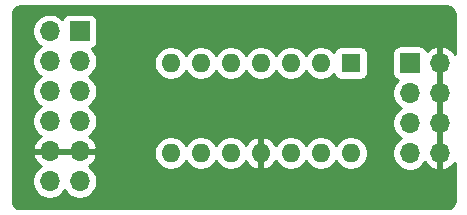
<source format=gbr>
G04 #@! TF.GenerationSoftware,KiCad,Pcbnew,5.1.10-1.fc33*
G04 #@! TF.CreationDate,2021-10-10T15:30:15-05:00*
G04 #@! TF.ProjectId,dac_pmod,6461635f-706d-46f6-942e-6b696361645f,A*
G04 #@! TF.SameCoordinates,Original*
G04 #@! TF.FileFunction,Copper,L2,Inr*
G04 #@! TF.FilePolarity,Positive*
%FSLAX46Y46*%
G04 Gerber Fmt 4.6, Leading zero omitted, Abs format (unit mm)*
G04 Created by KiCad (PCBNEW 5.1.10-1.fc33) date 2021-10-10 15:30:15*
%MOMM*%
%LPD*%
G01*
G04 APERTURE LIST*
G04 #@! TA.AperFunction,ComponentPad*
%ADD10O,1.600000X1.600000*%
G04 #@! TD*
G04 #@! TA.AperFunction,ComponentPad*
%ADD11R,1.600000X1.600000*%
G04 #@! TD*
G04 #@! TA.AperFunction,ComponentPad*
%ADD12O,1.700000X1.700000*%
G04 #@! TD*
G04 #@! TA.AperFunction,ComponentPad*
%ADD13R,1.700000X1.700000*%
G04 #@! TD*
G04 #@! TA.AperFunction,ViaPad*
%ADD14C,0.800000*%
G04 #@! TD*
G04 #@! TA.AperFunction,Conductor*
%ADD15C,0.254000*%
G04 #@! TD*
G04 #@! TA.AperFunction,Conductor*
%ADD16C,0.100000*%
G04 #@! TD*
G04 APERTURE END LIST*
D10*
X153750000Y-95620000D03*
X138510000Y-88000000D03*
X151210000Y-95620000D03*
X141050000Y-88000000D03*
X148670000Y-95620000D03*
X143590000Y-88000000D03*
X146130000Y-95620000D03*
X146130000Y-88000000D03*
X143590000Y-95620000D03*
X148670000Y-88000000D03*
X141050000Y-95620000D03*
X151210000Y-88000000D03*
X138510000Y-95620000D03*
D11*
X153750000Y-88000000D03*
D12*
X161290000Y-95620000D03*
X158750000Y-95620000D03*
X161290000Y-93080000D03*
X158750000Y-93080000D03*
X161290000Y-90540000D03*
X158750000Y-90540000D03*
X161290000Y-88000000D03*
D13*
X158750000Y-88000000D03*
D12*
X128255000Y-98005000D03*
X130795000Y-98005000D03*
X128255000Y-95465000D03*
X130795000Y-95465000D03*
X128255000Y-92925000D03*
X130795000Y-92925000D03*
X128255000Y-90385000D03*
X130795000Y-90385000D03*
X128255000Y-87845000D03*
X130795000Y-87845000D03*
X128255000Y-85305000D03*
D13*
X130795000Y-85305000D03*
D14*
X137500000Y-86000000D03*
X137500000Y-92250000D03*
X140000000Y-92250000D03*
X144250000Y-93250000D03*
X148250000Y-91500000D03*
X151500000Y-91500000D03*
X154750000Y-91500000D03*
X148250000Y-85175000D03*
D15*
X162042869Y-83224722D02*
X162156246Y-83258953D01*
X162260819Y-83314555D01*
X162352596Y-83389407D01*
X162428091Y-83480664D01*
X162484419Y-83584844D01*
X162519440Y-83697976D01*
X162535001Y-83846031D01*
X162535001Y-87197364D01*
X162387588Y-86999731D01*
X162171355Y-86804822D01*
X161921252Y-86655843D01*
X161646891Y-86558519D01*
X161417000Y-86679186D01*
X161417000Y-87873000D01*
X161437000Y-87873000D01*
X161437000Y-88127000D01*
X161417000Y-88127000D01*
X161417000Y-90413000D01*
X161437000Y-90413000D01*
X161437000Y-90667000D01*
X161417000Y-90667000D01*
X161417000Y-92953000D01*
X161437000Y-92953000D01*
X161437000Y-93207000D01*
X161417000Y-93207000D01*
X161417000Y-95493000D01*
X161437000Y-95493000D01*
X161437000Y-95747000D01*
X161417000Y-95747000D01*
X161417000Y-96940814D01*
X161646891Y-97061481D01*
X161921252Y-96964157D01*
X162171355Y-96815178D01*
X162387588Y-96620269D01*
X162535000Y-96422637D01*
X162535000Y-99662721D01*
X162520278Y-99812869D01*
X162486047Y-99926246D01*
X162430446Y-100030817D01*
X162355594Y-100122595D01*
X162264335Y-100198091D01*
X162160160Y-100254419D01*
X162047024Y-100289440D01*
X161898979Y-100305000D01*
X125762279Y-100305000D01*
X125612131Y-100290278D01*
X125498754Y-100256047D01*
X125394183Y-100200446D01*
X125302405Y-100125594D01*
X125226909Y-100034335D01*
X125170581Y-99930160D01*
X125135560Y-99817024D01*
X125120000Y-99668979D01*
X125120000Y-97858740D01*
X126770000Y-97858740D01*
X126770000Y-98151260D01*
X126827068Y-98438158D01*
X126939010Y-98708411D01*
X127101525Y-98951632D01*
X127308368Y-99158475D01*
X127551589Y-99320990D01*
X127821842Y-99432932D01*
X128108740Y-99490000D01*
X128401260Y-99490000D01*
X128688158Y-99432932D01*
X128958411Y-99320990D01*
X129201632Y-99158475D01*
X129408475Y-98951632D01*
X129525000Y-98777240D01*
X129641525Y-98951632D01*
X129848368Y-99158475D01*
X130091589Y-99320990D01*
X130361842Y-99432932D01*
X130648740Y-99490000D01*
X130941260Y-99490000D01*
X131228158Y-99432932D01*
X131498411Y-99320990D01*
X131741632Y-99158475D01*
X131948475Y-98951632D01*
X132110990Y-98708411D01*
X132222932Y-98438158D01*
X132280000Y-98151260D01*
X132280000Y-97858740D01*
X132222932Y-97571842D01*
X132110990Y-97301589D01*
X131948475Y-97058368D01*
X131741632Y-96851525D01*
X131559466Y-96729805D01*
X131676355Y-96660178D01*
X131892588Y-96465269D01*
X132066641Y-96231920D01*
X132191825Y-95969099D01*
X132236476Y-95821890D01*
X132115155Y-95592000D01*
X130922000Y-95592000D01*
X130922000Y-95612000D01*
X130668000Y-95612000D01*
X130668000Y-95592000D01*
X128382000Y-95592000D01*
X128382000Y-95612000D01*
X128128000Y-95612000D01*
X128128000Y-95592000D01*
X126934845Y-95592000D01*
X126813524Y-95821890D01*
X126858175Y-95969099D01*
X126983359Y-96231920D01*
X127157412Y-96465269D01*
X127373645Y-96660178D01*
X127490534Y-96729805D01*
X127308368Y-96851525D01*
X127101525Y-97058368D01*
X126939010Y-97301589D01*
X126827068Y-97571842D01*
X126770000Y-97858740D01*
X125120000Y-97858740D01*
X125120000Y-95478665D01*
X137075000Y-95478665D01*
X137075000Y-95761335D01*
X137130147Y-96038574D01*
X137238320Y-96299727D01*
X137395363Y-96534759D01*
X137595241Y-96734637D01*
X137830273Y-96891680D01*
X138091426Y-96999853D01*
X138368665Y-97055000D01*
X138651335Y-97055000D01*
X138928574Y-96999853D01*
X139189727Y-96891680D01*
X139424759Y-96734637D01*
X139624637Y-96534759D01*
X139780000Y-96302241D01*
X139935363Y-96534759D01*
X140135241Y-96734637D01*
X140370273Y-96891680D01*
X140631426Y-96999853D01*
X140908665Y-97055000D01*
X141191335Y-97055000D01*
X141468574Y-96999853D01*
X141729727Y-96891680D01*
X141964759Y-96734637D01*
X142164637Y-96534759D01*
X142320000Y-96302241D01*
X142475363Y-96534759D01*
X142675241Y-96734637D01*
X142910273Y-96891680D01*
X143171426Y-96999853D01*
X143448665Y-97055000D01*
X143731335Y-97055000D01*
X144008574Y-96999853D01*
X144269727Y-96891680D01*
X144504759Y-96734637D01*
X144704637Y-96534759D01*
X144861680Y-96299727D01*
X144866067Y-96289135D01*
X144977615Y-96475131D01*
X145166586Y-96683519D01*
X145392580Y-96851037D01*
X145646913Y-96971246D01*
X145780961Y-97011904D01*
X146003000Y-96889915D01*
X146003000Y-95747000D01*
X145983000Y-95747000D01*
X145983000Y-95493000D01*
X146003000Y-95493000D01*
X146003000Y-94350085D01*
X146257000Y-94350085D01*
X146257000Y-95493000D01*
X146277000Y-95493000D01*
X146277000Y-95747000D01*
X146257000Y-95747000D01*
X146257000Y-96889915D01*
X146479039Y-97011904D01*
X146613087Y-96971246D01*
X146867420Y-96851037D01*
X147093414Y-96683519D01*
X147282385Y-96475131D01*
X147393933Y-96289135D01*
X147398320Y-96299727D01*
X147555363Y-96534759D01*
X147755241Y-96734637D01*
X147990273Y-96891680D01*
X148251426Y-96999853D01*
X148528665Y-97055000D01*
X148811335Y-97055000D01*
X149088574Y-96999853D01*
X149349727Y-96891680D01*
X149584759Y-96734637D01*
X149784637Y-96534759D01*
X149940000Y-96302241D01*
X150095363Y-96534759D01*
X150295241Y-96734637D01*
X150530273Y-96891680D01*
X150791426Y-96999853D01*
X151068665Y-97055000D01*
X151351335Y-97055000D01*
X151628574Y-96999853D01*
X151889727Y-96891680D01*
X152124759Y-96734637D01*
X152324637Y-96534759D01*
X152480000Y-96302241D01*
X152635363Y-96534759D01*
X152835241Y-96734637D01*
X153070273Y-96891680D01*
X153331426Y-96999853D01*
X153608665Y-97055000D01*
X153891335Y-97055000D01*
X154168574Y-96999853D01*
X154429727Y-96891680D01*
X154664759Y-96734637D01*
X154864637Y-96534759D01*
X155021680Y-96299727D01*
X155129853Y-96038574D01*
X155185000Y-95761335D01*
X155185000Y-95478665D01*
X155129853Y-95201426D01*
X155021680Y-94940273D01*
X154864637Y-94705241D01*
X154664759Y-94505363D01*
X154429727Y-94348320D01*
X154168574Y-94240147D01*
X153891335Y-94185000D01*
X153608665Y-94185000D01*
X153331426Y-94240147D01*
X153070273Y-94348320D01*
X152835241Y-94505363D01*
X152635363Y-94705241D01*
X152480000Y-94937759D01*
X152324637Y-94705241D01*
X152124759Y-94505363D01*
X151889727Y-94348320D01*
X151628574Y-94240147D01*
X151351335Y-94185000D01*
X151068665Y-94185000D01*
X150791426Y-94240147D01*
X150530273Y-94348320D01*
X150295241Y-94505363D01*
X150095363Y-94705241D01*
X149940000Y-94937759D01*
X149784637Y-94705241D01*
X149584759Y-94505363D01*
X149349727Y-94348320D01*
X149088574Y-94240147D01*
X148811335Y-94185000D01*
X148528665Y-94185000D01*
X148251426Y-94240147D01*
X147990273Y-94348320D01*
X147755241Y-94505363D01*
X147555363Y-94705241D01*
X147398320Y-94940273D01*
X147393933Y-94950865D01*
X147282385Y-94764869D01*
X147093414Y-94556481D01*
X146867420Y-94388963D01*
X146613087Y-94268754D01*
X146479039Y-94228096D01*
X146257000Y-94350085D01*
X146003000Y-94350085D01*
X145780961Y-94228096D01*
X145646913Y-94268754D01*
X145392580Y-94388963D01*
X145166586Y-94556481D01*
X144977615Y-94764869D01*
X144866067Y-94950865D01*
X144861680Y-94940273D01*
X144704637Y-94705241D01*
X144504759Y-94505363D01*
X144269727Y-94348320D01*
X144008574Y-94240147D01*
X143731335Y-94185000D01*
X143448665Y-94185000D01*
X143171426Y-94240147D01*
X142910273Y-94348320D01*
X142675241Y-94505363D01*
X142475363Y-94705241D01*
X142320000Y-94937759D01*
X142164637Y-94705241D01*
X141964759Y-94505363D01*
X141729727Y-94348320D01*
X141468574Y-94240147D01*
X141191335Y-94185000D01*
X140908665Y-94185000D01*
X140631426Y-94240147D01*
X140370273Y-94348320D01*
X140135241Y-94505363D01*
X139935363Y-94705241D01*
X139780000Y-94937759D01*
X139624637Y-94705241D01*
X139424759Y-94505363D01*
X139189727Y-94348320D01*
X138928574Y-94240147D01*
X138651335Y-94185000D01*
X138368665Y-94185000D01*
X138091426Y-94240147D01*
X137830273Y-94348320D01*
X137595241Y-94505363D01*
X137395363Y-94705241D01*
X137238320Y-94940273D01*
X137130147Y-95201426D01*
X137075000Y-95478665D01*
X125120000Y-95478665D01*
X125120000Y-85158740D01*
X126770000Y-85158740D01*
X126770000Y-85451260D01*
X126827068Y-85738158D01*
X126939010Y-86008411D01*
X127101525Y-86251632D01*
X127308368Y-86458475D01*
X127482760Y-86575000D01*
X127308368Y-86691525D01*
X127101525Y-86898368D01*
X126939010Y-87141589D01*
X126827068Y-87411842D01*
X126770000Y-87698740D01*
X126770000Y-87991260D01*
X126827068Y-88278158D01*
X126939010Y-88548411D01*
X127101525Y-88791632D01*
X127308368Y-88998475D01*
X127482760Y-89115000D01*
X127308368Y-89231525D01*
X127101525Y-89438368D01*
X126939010Y-89681589D01*
X126827068Y-89951842D01*
X126770000Y-90238740D01*
X126770000Y-90531260D01*
X126827068Y-90818158D01*
X126939010Y-91088411D01*
X127101525Y-91331632D01*
X127308368Y-91538475D01*
X127482760Y-91655000D01*
X127308368Y-91771525D01*
X127101525Y-91978368D01*
X126939010Y-92221589D01*
X126827068Y-92491842D01*
X126770000Y-92778740D01*
X126770000Y-93071260D01*
X126827068Y-93358158D01*
X126939010Y-93628411D01*
X127101525Y-93871632D01*
X127308368Y-94078475D01*
X127490534Y-94200195D01*
X127373645Y-94269822D01*
X127157412Y-94464731D01*
X126983359Y-94698080D01*
X126858175Y-94960901D01*
X126813524Y-95108110D01*
X126934845Y-95338000D01*
X128128000Y-95338000D01*
X128128000Y-95318000D01*
X128382000Y-95318000D01*
X128382000Y-95338000D01*
X130668000Y-95338000D01*
X130668000Y-95318000D01*
X130922000Y-95318000D01*
X130922000Y-95338000D01*
X132115155Y-95338000D01*
X132236476Y-95108110D01*
X132191825Y-94960901D01*
X132066641Y-94698080D01*
X131892588Y-94464731D01*
X131676355Y-94269822D01*
X131559466Y-94200195D01*
X131741632Y-94078475D01*
X131948475Y-93871632D01*
X132110990Y-93628411D01*
X132222932Y-93358158D01*
X132280000Y-93071260D01*
X132280000Y-92778740D01*
X132222932Y-92491842D01*
X132110990Y-92221589D01*
X131948475Y-91978368D01*
X131741632Y-91771525D01*
X131567240Y-91655000D01*
X131741632Y-91538475D01*
X131948475Y-91331632D01*
X132110990Y-91088411D01*
X132222932Y-90818158D01*
X132280000Y-90531260D01*
X132280000Y-90238740D01*
X132222932Y-89951842D01*
X132110990Y-89681589D01*
X131948475Y-89438368D01*
X131741632Y-89231525D01*
X131567240Y-89115000D01*
X131741632Y-88998475D01*
X131948475Y-88791632D01*
X132110990Y-88548411D01*
X132222932Y-88278158D01*
X132280000Y-87991260D01*
X132280000Y-87858665D01*
X137075000Y-87858665D01*
X137075000Y-88141335D01*
X137130147Y-88418574D01*
X137238320Y-88679727D01*
X137395363Y-88914759D01*
X137595241Y-89114637D01*
X137830273Y-89271680D01*
X138091426Y-89379853D01*
X138368665Y-89435000D01*
X138651335Y-89435000D01*
X138928574Y-89379853D01*
X139189727Y-89271680D01*
X139424759Y-89114637D01*
X139624637Y-88914759D01*
X139780000Y-88682241D01*
X139935363Y-88914759D01*
X140135241Y-89114637D01*
X140370273Y-89271680D01*
X140631426Y-89379853D01*
X140908665Y-89435000D01*
X141191335Y-89435000D01*
X141468574Y-89379853D01*
X141729727Y-89271680D01*
X141964759Y-89114637D01*
X142164637Y-88914759D01*
X142320000Y-88682241D01*
X142475363Y-88914759D01*
X142675241Y-89114637D01*
X142910273Y-89271680D01*
X143171426Y-89379853D01*
X143448665Y-89435000D01*
X143731335Y-89435000D01*
X144008574Y-89379853D01*
X144269727Y-89271680D01*
X144504759Y-89114637D01*
X144704637Y-88914759D01*
X144860000Y-88682241D01*
X145015363Y-88914759D01*
X145215241Y-89114637D01*
X145450273Y-89271680D01*
X145711426Y-89379853D01*
X145988665Y-89435000D01*
X146271335Y-89435000D01*
X146548574Y-89379853D01*
X146809727Y-89271680D01*
X147044759Y-89114637D01*
X147244637Y-88914759D01*
X147400000Y-88682241D01*
X147555363Y-88914759D01*
X147755241Y-89114637D01*
X147990273Y-89271680D01*
X148251426Y-89379853D01*
X148528665Y-89435000D01*
X148811335Y-89435000D01*
X149088574Y-89379853D01*
X149349727Y-89271680D01*
X149584759Y-89114637D01*
X149784637Y-88914759D01*
X149940000Y-88682241D01*
X150095363Y-88914759D01*
X150295241Y-89114637D01*
X150530273Y-89271680D01*
X150791426Y-89379853D01*
X151068665Y-89435000D01*
X151351335Y-89435000D01*
X151628574Y-89379853D01*
X151889727Y-89271680D01*
X152124759Y-89114637D01*
X152323357Y-88916039D01*
X152324188Y-88924482D01*
X152360498Y-89044180D01*
X152419463Y-89154494D01*
X152498815Y-89251185D01*
X152595506Y-89330537D01*
X152705820Y-89389502D01*
X152825518Y-89425812D01*
X152950000Y-89438072D01*
X154550000Y-89438072D01*
X154674482Y-89425812D01*
X154794180Y-89389502D01*
X154904494Y-89330537D01*
X155001185Y-89251185D01*
X155080537Y-89154494D01*
X155139502Y-89044180D01*
X155175812Y-88924482D01*
X155188072Y-88800000D01*
X155188072Y-87200000D01*
X155183148Y-87150000D01*
X157261928Y-87150000D01*
X157261928Y-88850000D01*
X157274188Y-88974482D01*
X157310498Y-89094180D01*
X157369463Y-89204494D01*
X157448815Y-89301185D01*
X157545506Y-89380537D01*
X157655820Y-89439502D01*
X157728380Y-89461513D01*
X157596525Y-89593368D01*
X157434010Y-89836589D01*
X157322068Y-90106842D01*
X157265000Y-90393740D01*
X157265000Y-90686260D01*
X157322068Y-90973158D01*
X157434010Y-91243411D01*
X157596525Y-91486632D01*
X157803368Y-91693475D01*
X157977760Y-91810000D01*
X157803368Y-91926525D01*
X157596525Y-92133368D01*
X157434010Y-92376589D01*
X157322068Y-92646842D01*
X157265000Y-92933740D01*
X157265000Y-93226260D01*
X157322068Y-93513158D01*
X157434010Y-93783411D01*
X157596525Y-94026632D01*
X157803368Y-94233475D01*
X157977760Y-94350000D01*
X157803368Y-94466525D01*
X157596525Y-94673368D01*
X157434010Y-94916589D01*
X157322068Y-95186842D01*
X157265000Y-95473740D01*
X157265000Y-95766260D01*
X157322068Y-96053158D01*
X157434010Y-96323411D01*
X157596525Y-96566632D01*
X157803368Y-96773475D01*
X158046589Y-96935990D01*
X158316842Y-97047932D01*
X158603740Y-97105000D01*
X158896260Y-97105000D01*
X159183158Y-97047932D01*
X159453411Y-96935990D01*
X159696632Y-96773475D01*
X159903475Y-96566632D01*
X160021100Y-96390594D01*
X160192412Y-96620269D01*
X160408645Y-96815178D01*
X160658748Y-96964157D01*
X160933109Y-97061481D01*
X161163000Y-96940814D01*
X161163000Y-95747000D01*
X161143000Y-95747000D01*
X161143000Y-95493000D01*
X161163000Y-95493000D01*
X161163000Y-93207000D01*
X161143000Y-93207000D01*
X161143000Y-92953000D01*
X161163000Y-92953000D01*
X161163000Y-90667000D01*
X161143000Y-90667000D01*
X161143000Y-90413000D01*
X161163000Y-90413000D01*
X161163000Y-88127000D01*
X161143000Y-88127000D01*
X161143000Y-87873000D01*
X161163000Y-87873000D01*
X161163000Y-86679186D01*
X160933109Y-86558519D01*
X160658748Y-86655843D01*
X160408645Y-86804822D01*
X160212498Y-86981626D01*
X160189502Y-86905820D01*
X160130537Y-86795506D01*
X160051185Y-86698815D01*
X159954494Y-86619463D01*
X159844180Y-86560498D01*
X159724482Y-86524188D01*
X159600000Y-86511928D01*
X157900000Y-86511928D01*
X157775518Y-86524188D01*
X157655820Y-86560498D01*
X157545506Y-86619463D01*
X157448815Y-86698815D01*
X157369463Y-86795506D01*
X157310498Y-86905820D01*
X157274188Y-87025518D01*
X157261928Y-87150000D01*
X155183148Y-87150000D01*
X155175812Y-87075518D01*
X155139502Y-86955820D01*
X155080537Y-86845506D01*
X155001185Y-86748815D01*
X154904494Y-86669463D01*
X154794180Y-86610498D01*
X154674482Y-86574188D01*
X154550000Y-86561928D01*
X152950000Y-86561928D01*
X152825518Y-86574188D01*
X152705820Y-86610498D01*
X152595506Y-86669463D01*
X152498815Y-86748815D01*
X152419463Y-86845506D01*
X152360498Y-86955820D01*
X152324188Y-87075518D01*
X152323357Y-87083961D01*
X152124759Y-86885363D01*
X151889727Y-86728320D01*
X151628574Y-86620147D01*
X151351335Y-86565000D01*
X151068665Y-86565000D01*
X150791426Y-86620147D01*
X150530273Y-86728320D01*
X150295241Y-86885363D01*
X150095363Y-87085241D01*
X149940000Y-87317759D01*
X149784637Y-87085241D01*
X149584759Y-86885363D01*
X149349727Y-86728320D01*
X149088574Y-86620147D01*
X148811335Y-86565000D01*
X148528665Y-86565000D01*
X148251426Y-86620147D01*
X147990273Y-86728320D01*
X147755241Y-86885363D01*
X147555363Y-87085241D01*
X147400000Y-87317759D01*
X147244637Y-87085241D01*
X147044759Y-86885363D01*
X146809727Y-86728320D01*
X146548574Y-86620147D01*
X146271335Y-86565000D01*
X145988665Y-86565000D01*
X145711426Y-86620147D01*
X145450273Y-86728320D01*
X145215241Y-86885363D01*
X145015363Y-87085241D01*
X144860000Y-87317759D01*
X144704637Y-87085241D01*
X144504759Y-86885363D01*
X144269727Y-86728320D01*
X144008574Y-86620147D01*
X143731335Y-86565000D01*
X143448665Y-86565000D01*
X143171426Y-86620147D01*
X142910273Y-86728320D01*
X142675241Y-86885363D01*
X142475363Y-87085241D01*
X142320000Y-87317759D01*
X142164637Y-87085241D01*
X141964759Y-86885363D01*
X141729727Y-86728320D01*
X141468574Y-86620147D01*
X141191335Y-86565000D01*
X140908665Y-86565000D01*
X140631426Y-86620147D01*
X140370273Y-86728320D01*
X140135241Y-86885363D01*
X139935363Y-87085241D01*
X139780000Y-87317759D01*
X139624637Y-87085241D01*
X139424759Y-86885363D01*
X139189727Y-86728320D01*
X138928574Y-86620147D01*
X138651335Y-86565000D01*
X138368665Y-86565000D01*
X138091426Y-86620147D01*
X137830273Y-86728320D01*
X137595241Y-86885363D01*
X137395363Y-87085241D01*
X137238320Y-87320273D01*
X137130147Y-87581426D01*
X137075000Y-87858665D01*
X132280000Y-87858665D01*
X132280000Y-87698740D01*
X132222932Y-87411842D01*
X132110990Y-87141589D01*
X131948475Y-86898368D01*
X131816620Y-86766513D01*
X131889180Y-86744502D01*
X131999494Y-86685537D01*
X132096185Y-86606185D01*
X132175537Y-86509494D01*
X132234502Y-86399180D01*
X132270812Y-86279482D01*
X132283072Y-86155000D01*
X132283072Y-84455000D01*
X132270812Y-84330518D01*
X132234502Y-84210820D01*
X132175537Y-84100506D01*
X132096185Y-84003815D01*
X131999494Y-83924463D01*
X131889180Y-83865498D01*
X131769482Y-83829188D01*
X131645000Y-83816928D01*
X129945000Y-83816928D01*
X129820518Y-83829188D01*
X129700820Y-83865498D01*
X129590506Y-83924463D01*
X129493815Y-84003815D01*
X129414463Y-84100506D01*
X129355498Y-84210820D01*
X129333487Y-84283380D01*
X129201632Y-84151525D01*
X128958411Y-83989010D01*
X128688158Y-83877068D01*
X128401260Y-83820000D01*
X128108740Y-83820000D01*
X127821842Y-83877068D01*
X127551589Y-83989010D01*
X127308368Y-84151525D01*
X127101525Y-84358368D01*
X126939010Y-84601589D01*
X126827068Y-84871842D01*
X126770000Y-85158740D01*
X125120000Y-85158740D01*
X125120000Y-83852279D01*
X125134722Y-83702131D01*
X125168953Y-83588754D01*
X125224555Y-83484181D01*
X125299407Y-83392404D01*
X125390664Y-83316909D01*
X125494844Y-83260581D01*
X125607976Y-83225560D01*
X125756022Y-83210000D01*
X161892721Y-83210000D01*
X162042869Y-83224722D01*
G04 #@! TA.AperFunction,Conductor*
D16*
G36*
X162042869Y-83224722D02*
G01*
X162156246Y-83258953D01*
X162260819Y-83314555D01*
X162352596Y-83389407D01*
X162428091Y-83480664D01*
X162484419Y-83584844D01*
X162519440Y-83697976D01*
X162535001Y-83846031D01*
X162535001Y-87197364D01*
X162387588Y-86999731D01*
X162171355Y-86804822D01*
X161921252Y-86655843D01*
X161646891Y-86558519D01*
X161417000Y-86679186D01*
X161417000Y-87873000D01*
X161437000Y-87873000D01*
X161437000Y-88127000D01*
X161417000Y-88127000D01*
X161417000Y-90413000D01*
X161437000Y-90413000D01*
X161437000Y-90667000D01*
X161417000Y-90667000D01*
X161417000Y-92953000D01*
X161437000Y-92953000D01*
X161437000Y-93207000D01*
X161417000Y-93207000D01*
X161417000Y-95493000D01*
X161437000Y-95493000D01*
X161437000Y-95747000D01*
X161417000Y-95747000D01*
X161417000Y-96940814D01*
X161646891Y-97061481D01*
X161921252Y-96964157D01*
X162171355Y-96815178D01*
X162387588Y-96620269D01*
X162535000Y-96422637D01*
X162535000Y-99662721D01*
X162520278Y-99812869D01*
X162486047Y-99926246D01*
X162430446Y-100030817D01*
X162355594Y-100122595D01*
X162264335Y-100198091D01*
X162160160Y-100254419D01*
X162047024Y-100289440D01*
X161898979Y-100305000D01*
X125762279Y-100305000D01*
X125612131Y-100290278D01*
X125498754Y-100256047D01*
X125394183Y-100200446D01*
X125302405Y-100125594D01*
X125226909Y-100034335D01*
X125170581Y-99930160D01*
X125135560Y-99817024D01*
X125120000Y-99668979D01*
X125120000Y-97858740D01*
X126770000Y-97858740D01*
X126770000Y-98151260D01*
X126827068Y-98438158D01*
X126939010Y-98708411D01*
X127101525Y-98951632D01*
X127308368Y-99158475D01*
X127551589Y-99320990D01*
X127821842Y-99432932D01*
X128108740Y-99490000D01*
X128401260Y-99490000D01*
X128688158Y-99432932D01*
X128958411Y-99320990D01*
X129201632Y-99158475D01*
X129408475Y-98951632D01*
X129525000Y-98777240D01*
X129641525Y-98951632D01*
X129848368Y-99158475D01*
X130091589Y-99320990D01*
X130361842Y-99432932D01*
X130648740Y-99490000D01*
X130941260Y-99490000D01*
X131228158Y-99432932D01*
X131498411Y-99320990D01*
X131741632Y-99158475D01*
X131948475Y-98951632D01*
X132110990Y-98708411D01*
X132222932Y-98438158D01*
X132280000Y-98151260D01*
X132280000Y-97858740D01*
X132222932Y-97571842D01*
X132110990Y-97301589D01*
X131948475Y-97058368D01*
X131741632Y-96851525D01*
X131559466Y-96729805D01*
X131676355Y-96660178D01*
X131892588Y-96465269D01*
X132066641Y-96231920D01*
X132191825Y-95969099D01*
X132236476Y-95821890D01*
X132115155Y-95592000D01*
X130922000Y-95592000D01*
X130922000Y-95612000D01*
X130668000Y-95612000D01*
X130668000Y-95592000D01*
X128382000Y-95592000D01*
X128382000Y-95612000D01*
X128128000Y-95612000D01*
X128128000Y-95592000D01*
X126934845Y-95592000D01*
X126813524Y-95821890D01*
X126858175Y-95969099D01*
X126983359Y-96231920D01*
X127157412Y-96465269D01*
X127373645Y-96660178D01*
X127490534Y-96729805D01*
X127308368Y-96851525D01*
X127101525Y-97058368D01*
X126939010Y-97301589D01*
X126827068Y-97571842D01*
X126770000Y-97858740D01*
X125120000Y-97858740D01*
X125120000Y-95478665D01*
X137075000Y-95478665D01*
X137075000Y-95761335D01*
X137130147Y-96038574D01*
X137238320Y-96299727D01*
X137395363Y-96534759D01*
X137595241Y-96734637D01*
X137830273Y-96891680D01*
X138091426Y-96999853D01*
X138368665Y-97055000D01*
X138651335Y-97055000D01*
X138928574Y-96999853D01*
X139189727Y-96891680D01*
X139424759Y-96734637D01*
X139624637Y-96534759D01*
X139780000Y-96302241D01*
X139935363Y-96534759D01*
X140135241Y-96734637D01*
X140370273Y-96891680D01*
X140631426Y-96999853D01*
X140908665Y-97055000D01*
X141191335Y-97055000D01*
X141468574Y-96999853D01*
X141729727Y-96891680D01*
X141964759Y-96734637D01*
X142164637Y-96534759D01*
X142320000Y-96302241D01*
X142475363Y-96534759D01*
X142675241Y-96734637D01*
X142910273Y-96891680D01*
X143171426Y-96999853D01*
X143448665Y-97055000D01*
X143731335Y-97055000D01*
X144008574Y-96999853D01*
X144269727Y-96891680D01*
X144504759Y-96734637D01*
X144704637Y-96534759D01*
X144861680Y-96299727D01*
X144866067Y-96289135D01*
X144977615Y-96475131D01*
X145166586Y-96683519D01*
X145392580Y-96851037D01*
X145646913Y-96971246D01*
X145780961Y-97011904D01*
X146003000Y-96889915D01*
X146003000Y-95747000D01*
X145983000Y-95747000D01*
X145983000Y-95493000D01*
X146003000Y-95493000D01*
X146003000Y-94350085D01*
X146257000Y-94350085D01*
X146257000Y-95493000D01*
X146277000Y-95493000D01*
X146277000Y-95747000D01*
X146257000Y-95747000D01*
X146257000Y-96889915D01*
X146479039Y-97011904D01*
X146613087Y-96971246D01*
X146867420Y-96851037D01*
X147093414Y-96683519D01*
X147282385Y-96475131D01*
X147393933Y-96289135D01*
X147398320Y-96299727D01*
X147555363Y-96534759D01*
X147755241Y-96734637D01*
X147990273Y-96891680D01*
X148251426Y-96999853D01*
X148528665Y-97055000D01*
X148811335Y-97055000D01*
X149088574Y-96999853D01*
X149349727Y-96891680D01*
X149584759Y-96734637D01*
X149784637Y-96534759D01*
X149940000Y-96302241D01*
X150095363Y-96534759D01*
X150295241Y-96734637D01*
X150530273Y-96891680D01*
X150791426Y-96999853D01*
X151068665Y-97055000D01*
X151351335Y-97055000D01*
X151628574Y-96999853D01*
X151889727Y-96891680D01*
X152124759Y-96734637D01*
X152324637Y-96534759D01*
X152480000Y-96302241D01*
X152635363Y-96534759D01*
X152835241Y-96734637D01*
X153070273Y-96891680D01*
X153331426Y-96999853D01*
X153608665Y-97055000D01*
X153891335Y-97055000D01*
X154168574Y-96999853D01*
X154429727Y-96891680D01*
X154664759Y-96734637D01*
X154864637Y-96534759D01*
X155021680Y-96299727D01*
X155129853Y-96038574D01*
X155185000Y-95761335D01*
X155185000Y-95478665D01*
X155129853Y-95201426D01*
X155021680Y-94940273D01*
X154864637Y-94705241D01*
X154664759Y-94505363D01*
X154429727Y-94348320D01*
X154168574Y-94240147D01*
X153891335Y-94185000D01*
X153608665Y-94185000D01*
X153331426Y-94240147D01*
X153070273Y-94348320D01*
X152835241Y-94505363D01*
X152635363Y-94705241D01*
X152480000Y-94937759D01*
X152324637Y-94705241D01*
X152124759Y-94505363D01*
X151889727Y-94348320D01*
X151628574Y-94240147D01*
X151351335Y-94185000D01*
X151068665Y-94185000D01*
X150791426Y-94240147D01*
X150530273Y-94348320D01*
X150295241Y-94505363D01*
X150095363Y-94705241D01*
X149940000Y-94937759D01*
X149784637Y-94705241D01*
X149584759Y-94505363D01*
X149349727Y-94348320D01*
X149088574Y-94240147D01*
X148811335Y-94185000D01*
X148528665Y-94185000D01*
X148251426Y-94240147D01*
X147990273Y-94348320D01*
X147755241Y-94505363D01*
X147555363Y-94705241D01*
X147398320Y-94940273D01*
X147393933Y-94950865D01*
X147282385Y-94764869D01*
X147093414Y-94556481D01*
X146867420Y-94388963D01*
X146613087Y-94268754D01*
X146479039Y-94228096D01*
X146257000Y-94350085D01*
X146003000Y-94350085D01*
X145780961Y-94228096D01*
X145646913Y-94268754D01*
X145392580Y-94388963D01*
X145166586Y-94556481D01*
X144977615Y-94764869D01*
X144866067Y-94950865D01*
X144861680Y-94940273D01*
X144704637Y-94705241D01*
X144504759Y-94505363D01*
X144269727Y-94348320D01*
X144008574Y-94240147D01*
X143731335Y-94185000D01*
X143448665Y-94185000D01*
X143171426Y-94240147D01*
X142910273Y-94348320D01*
X142675241Y-94505363D01*
X142475363Y-94705241D01*
X142320000Y-94937759D01*
X142164637Y-94705241D01*
X141964759Y-94505363D01*
X141729727Y-94348320D01*
X141468574Y-94240147D01*
X141191335Y-94185000D01*
X140908665Y-94185000D01*
X140631426Y-94240147D01*
X140370273Y-94348320D01*
X140135241Y-94505363D01*
X139935363Y-94705241D01*
X139780000Y-94937759D01*
X139624637Y-94705241D01*
X139424759Y-94505363D01*
X139189727Y-94348320D01*
X138928574Y-94240147D01*
X138651335Y-94185000D01*
X138368665Y-94185000D01*
X138091426Y-94240147D01*
X137830273Y-94348320D01*
X137595241Y-94505363D01*
X137395363Y-94705241D01*
X137238320Y-94940273D01*
X137130147Y-95201426D01*
X137075000Y-95478665D01*
X125120000Y-95478665D01*
X125120000Y-85158740D01*
X126770000Y-85158740D01*
X126770000Y-85451260D01*
X126827068Y-85738158D01*
X126939010Y-86008411D01*
X127101525Y-86251632D01*
X127308368Y-86458475D01*
X127482760Y-86575000D01*
X127308368Y-86691525D01*
X127101525Y-86898368D01*
X126939010Y-87141589D01*
X126827068Y-87411842D01*
X126770000Y-87698740D01*
X126770000Y-87991260D01*
X126827068Y-88278158D01*
X126939010Y-88548411D01*
X127101525Y-88791632D01*
X127308368Y-88998475D01*
X127482760Y-89115000D01*
X127308368Y-89231525D01*
X127101525Y-89438368D01*
X126939010Y-89681589D01*
X126827068Y-89951842D01*
X126770000Y-90238740D01*
X126770000Y-90531260D01*
X126827068Y-90818158D01*
X126939010Y-91088411D01*
X127101525Y-91331632D01*
X127308368Y-91538475D01*
X127482760Y-91655000D01*
X127308368Y-91771525D01*
X127101525Y-91978368D01*
X126939010Y-92221589D01*
X126827068Y-92491842D01*
X126770000Y-92778740D01*
X126770000Y-93071260D01*
X126827068Y-93358158D01*
X126939010Y-93628411D01*
X127101525Y-93871632D01*
X127308368Y-94078475D01*
X127490534Y-94200195D01*
X127373645Y-94269822D01*
X127157412Y-94464731D01*
X126983359Y-94698080D01*
X126858175Y-94960901D01*
X126813524Y-95108110D01*
X126934845Y-95338000D01*
X128128000Y-95338000D01*
X128128000Y-95318000D01*
X128382000Y-95318000D01*
X128382000Y-95338000D01*
X130668000Y-95338000D01*
X130668000Y-95318000D01*
X130922000Y-95318000D01*
X130922000Y-95338000D01*
X132115155Y-95338000D01*
X132236476Y-95108110D01*
X132191825Y-94960901D01*
X132066641Y-94698080D01*
X131892588Y-94464731D01*
X131676355Y-94269822D01*
X131559466Y-94200195D01*
X131741632Y-94078475D01*
X131948475Y-93871632D01*
X132110990Y-93628411D01*
X132222932Y-93358158D01*
X132280000Y-93071260D01*
X132280000Y-92778740D01*
X132222932Y-92491842D01*
X132110990Y-92221589D01*
X131948475Y-91978368D01*
X131741632Y-91771525D01*
X131567240Y-91655000D01*
X131741632Y-91538475D01*
X131948475Y-91331632D01*
X132110990Y-91088411D01*
X132222932Y-90818158D01*
X132280000Y-90531260D01*
X132280000Y-90238740D01*
X132222932Y-89951842D01*
X132110990Y-89681589D01*
X131948475Y-89438368D01*
X131741632Y-89231525D01*
X131567240Y-89115000D01*
X131741632Y-88998475D01*
X131948475Y-88791632D01*
X132110990Y-88548411D01*
X132222932Y-88278158D01*
X132280000Y-87991260D01*
X132280000Y-87858665D01*
X137075000Y-87858665D01*
X137075000Y-88141335D01*
X137130147Y-88418574D01*
X137238320Y-88679727D01*
X137395363Y-88914759D01*
X137595241Y-89114637D01*
X137830273Y-89271680D01*
X138091426Y-89379853D01*
X138368665Y-89435000D01*
X138651335Y-89435000D01*
X138928574Y-89379853D01*
X139189727Y-89271680D01*
X139424759Y-89114637D01*
X139624637Y-88914759D01*
X139780000Y-88682241D01*
X139935363Y-88914759D01*
X140135241Y-89114637D01*
X140370273Y-89271680D01*
X140631426Y-89379853D01*
X140908665Y-89435000D01*
X141191335Y-89435000D01*
X141468574Y-89379853D01*
X141729727Y-89271680D01*
X141964759Y-89114637D01*
X142164637Y-88914759D01*
X142320000Y-88682241D01*
X142475363Y-88914759D01*
X142675241Y-89114637D01*
X142910273Y-89271680D01*
X143171426Y-89379853D01*
X143448665Y-89435000D01*
X143731335Y-89435000D01*
X144008574Y-89379853D01*
X144269727Y-89271680D01*
X144504759Y-89114637D01*
X144704637Y-88914759D01*
X144860000Y-88682241D01*
X145015363Y-88914759D01*
X145215241Y-89114637D01*
X145450273Y-89271680D01*
X145711426Y-89379853D01*
X145988665Y-89435000D01*
X146271335Y-89435000D01*
X146548574Y-89379853D01*
X146809727Y-89271680D01*
X147044759Y-89114637D01*
X147244637Y-88914759D01*
X147400000Y-88682241D01*
X147555363Y-88914759D01*
X147755241Y-89114637D01*
X147990273Y-89271680D01*
X148251426Y-89379853D01*
X148528665Y-89435000D01*
X148811335Y-89435000D01*
X149088574Y-89379853D01*
X149349727Y-89271680D01*
X149584759Y-89114637D01*
X149784637Y-88914759D01*
X149940000Y-88682241D01*
X150095363Y-88914759D01*
X150295241Y-89114637D01*
X150530273Y-89271680D01*
X150791426Y-89379853D01*
X151068665Y-89435000D01*
X151351335Y-89435000D01*
X151628574Y-89379853D01*
X151889727Y-89271680D01*
X152124759Y-89114637D01*
X152323357Y-88916039D01*
X152324188Y-88924482D01*
X152360498Y-89044180D01*
X152419463Y-89154494D01*
X152498815Y-89251185D01*
X152595506Y-89330537D01*
X152705820Y-89389502D01*
X152825518Y-89425812D01*
X152950000Y-89438072D01*
X154550000Y-89438072D01*
X154674482Y-89425812D01*
X154794180Y-89389502D01*
X154904494Y-89330537D01*
X155001185Y-89251185D01*
X155080537Y-89154494D01*
X155139502Y-89044180D01*
X155175812Y-88924482D01*
X155188072Y-88800000D01*
X155188072Y-87200000D01*
X155183148Y-87150000D01*
X157261928Y-87150000D01*
X157261928Y-88850000D01*
X157274188Y-88974482D01*
X157310498Y-89094180D01*
X157369463Y-89204494D01*
X157448815Y-89301185D01*
X157545506Y-89380537D01*
X157655820Y-89439502D01*
X157728380Y-89461513D01*
X157596525Y-89593368D01*
X157434010Y-89836589D01*
X157322068Y-90106842D01*
X157265000Y-90393740D01*
X157265000Y-90686260D01*
X157322068Y-90973158D01*
X157434010Y-91243411D01*
X157596525Y-91486632D01*
X157803368Y-91693475D01*
X157977760Y-91810000D01*
X157803368Y-91926525D01*
X157596525Y-92133368D01*
X157434010Y-92376589D01*
X157322068Y-92646842D01*
X157265000Y-92933740D01*
X157265000Y-93226260D01*
X157322068Y-93513158D01*
X157434010Y-93783411D01*
X157596525Y-94026632D01*
X157803368Y-94233475D01*
X157977760Y-94350000D01*
X157803368Y-94466525D01*
X157596525Y-94673368D01*
X157434010Y-94916589D01*
X157322068Y-95186842D01*
X157265000Y-95473740D01*
X157265000Y-95766260D01*
X157322068Y-96053158D01*
X157434010Y-96323411D01*
X157596525Y-96566632D01*
X157803368Y-96773475D01*
X158046589Y-96935990D01*
X158316842Y-97047932D01*
X158603740Y-97105000D01*
X158896260Y-97105000D01*
X159183158Y-97047932D01*
X159453411Y-96935990D01*
X159696632Y-96773475D01*
X159903475Y-96566632D01*
X160021100Y-96390594D01*
X160192412Y-96620269D01*
X160408645Y-96815178D01*
X160658748Y-96964157D01*
X160933109Y-97061481D01*
X161163000Y-96940814D01*
X161163000Y-95747000D01*
X161143000Y-95747000D01*
X161143000Y-95493000D01*
X161163000Y-95493000D01*
X161163000Y-93207000D01*
X161143000Y-93207000D01*
X161143000Y-92953000D01*
X161163000Y-92953000D01*
X161163000Y-90667000D01*
X161143000Y-90667000D01*
X161143000Y-90413000D01*
X161163000Y-90413000D01*
X161163000Y-88127000D01*
X161143000Y-88127000D01*
X161143000Y-87873000D01*
X161163000Y-87873000D01*
X161163000Y-86679186D01*
X160933109Y-86558519D01*
X160658748Y-86655843D01*
X160408645Y-86804822D01*
X160212498Y-86981626D01*
X160189502Y-86905820D01*
X160130537Y-86795506D01*
X160051185Y-86698815D01*
X159954494Y-86619463D01*
X159844180Y-86560498D01*
X159724482Y-86524188D01*
X159600000Y-86511928D01*
X157900000Y-86511928D01*
X157775518Y-86524188D01*
X157655820Y-86560498D01*
X157545506Y-86619463D01*
X157448815Y-86698815D01*
X157369463Y-86795506D01*
X157310498Y-86905820D01*
X157274188Y-87025518D01*
X157261928Y-87150000D01*
X155183148Y-87150000D01*
X155175812Y-87075518D01*
X155139502Y-86955820D01*
X155080537Y-86845506D01*
X155001185Y-86748815D01*
X154904494Y-86669463D01*
X154794180Y-86610498D01*
X154674482Y-86574188D01*
X154550000Y-86561928D01*
X152950000Y-86561928D01*
X152825518Y-86574188D01*
X152705820Y-86610498D01*
X152595506Y-86669463D01*
X152498815Y-86748815D01*
X152419463Y-86845506D01*
X152360498Y-86955820D01*
X152324188Y-87075518D01*
X152323357Y-87083961D01*
X152124759Y-86885363D01*
X151889727Y-86728320D01*
X151628574Y-86620147D01*
X151351335Y-86565000D01*
X151068665Y-86565000D01*
X150791426Y-86620147D01*
X150530273Y-86728320D01*
X150295241Y-86885363D01*
X150095363Y-87085241D01*
X149940000Y-87317759D01*
X149784637Y-87085241D01*
X149584759Y-86885363D01*
X149349727Y-86728320D01*
X149088574Y-86620147D01*
X148811335Y-86565000D01*
X148528665Y-86565000D01*
X148251426Y-86620147D01*
X147990273Y-86728320D01*
X147755241Y-86885363D01*
X147555363Y-87085241D01*
X147400000Y-87317759D01*
X147244637Y-87085241D01*
X147044759Y-86885363D01*
X146809727Y-86728320D01*
X146548574Y-86620147D01*
X146271335Y-86565000D01*
X145988665Y-86565000D01*
X145711426Y-86620147D01*
X145450273Y-86728320D01*
X145215241Y-86885363D01*
X145015363Y-87085241D01*
X144860000Y-87317759D01*
X144704637Y-87085241D01*
X144504759Y-86885363D01*
X144269727Y-86728320D01*
X144008574Y-86620147D01*
X143731335Y-86565000D01*
X143448665Y-86565000D01*
X143171426Y-86620147D01*
X142910273Y-86728320D01*
X142675241Y-86885363D01*
X142475363Y-87085241D01*
X142320000Y-87317759D01*
X142164637Y-87085241D01*
X141964759Y-86885363D01*
X141729727Y-86728320D01*
X141468574Y-86620147D01*
X141191335Y-86565000D01*
X140908665Y-86565000D01*
X140631426Y-86620147D01*
X140370273Y-86728320D01*
X140135241Y-86885363D01*
X139935363Y-87085241D01*
X139780000Y-87317759D01*
X139624637Y-87085241D01*
X139424759Y-86885363D01*
X139189727Y-86728320D01*
X138928574Y-86620147D01*
X138651335Y-86565000D01*
X138368665Y-86565000D01*
X138091426Y-86620147D01*
X137830273Y-86728320D01*
X137595241Y-86885363D01*
X137395363Y-87085241D01*
X137238320Y-87320273D01*
X137130147Y-87581426D01*
X137075000Y-87858665D01*
X132280000Y-87858665D01*
X132280000Y-87698740D01*
X132222932Y-87411842D01*
X132110990Y-87141589D01*
X131948475Y-86898368D01*
X131816620Y-86766513D01*
X131889180Y-86744502D01*
X131999494Y-86685537D01*
X132096185Y-86606185D01*
X132175537Y-86509494D01*
X132234502Y-86399180D01*
X132270812Y-86279482D01*
X132283072Y-86155000D01*
X132283072Y-84455000D01*
X132270812Y-84330518D01*
X132234502Y-84210820D01*
X132175537Y-84100506D01*
X132096185Y-84003815D01*
X131999494Y-83924463D01*
X131889180Y-83865498D01*
X131769482Y-83829188D01*
X131645000Y-83816928D01*
X129945000Y-83816928D01*
X129820518Y-83829188D01*
X129700820Y-83865498D01*
X129590506Y-83924463D01*
X129493815Y-84003815D01*
X129414463Y-84100506D01*
X129355498Y-84210820D01*
X129333487Y-84283380D01*
X129201632Y-84151525D01*
X128958411Y-83989010D01*
X128688158Y-83877068D01*
X128401260Y-83820000D01*
X128108740Y-83820000D01*
X127821842Y-83877068D01*
X127551589Y-83989010D01*
X127308368Y-84151525D01*
X127101525Y-84358368D01*
X126939010Y-84601589D01*
X126827068Y-84871842D01*
X126770000Y-85158740D01*
X125120000Y-85158740D01*
X125120000Y-83852279D01*
X125134722Y-83702131D01*
X125168953Y-83588754D01*
X125224555Y-83484181D01*
X125299407Y-83392404D01*
X125390664Y-83316909D01*
X125494844Y-83260581D01*
X125607976Y-83225560D01*
X125756022Y-83210000D01*
X161892721Y-83210000D01*
X162042869Y-83224722D01*
G37*
G04 #@! TD.AperFunction*
M02*

</source>
